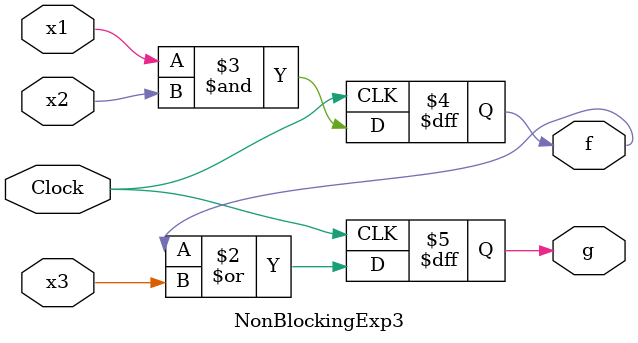
<source format=v>
`timescale 1ns / 1ps


module NonBlockingExp3(x1, x2, x3, Clock, f, g);
	input x1, x2, x3, Clock;
	output reg f, g;
	
	always @(posedge Clock)
	begin
		g <= f | x3;
		f <= x1 & x2;
	end
	
endmodule


</source>
